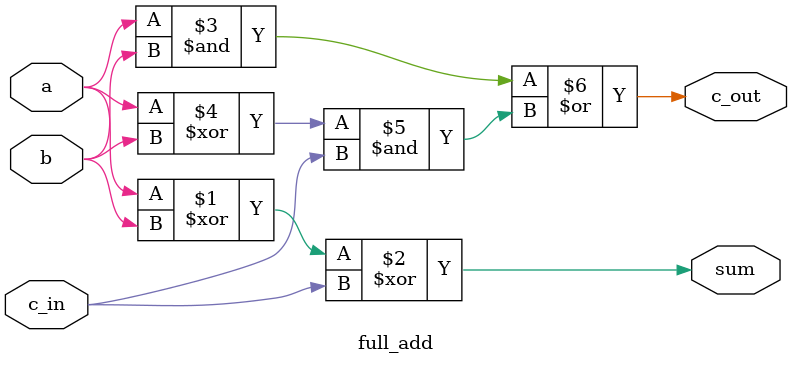
<source format=v>
module full_add (sum, c_out, a, b, c_in);

   output sum, c_out;
   input  a, b, c_in;

   assign sum = a ^ b ^ c_in;
   assign c_out = (a & b) | ( a ^ b) & c_in;

endmodule // full_add



</source>
